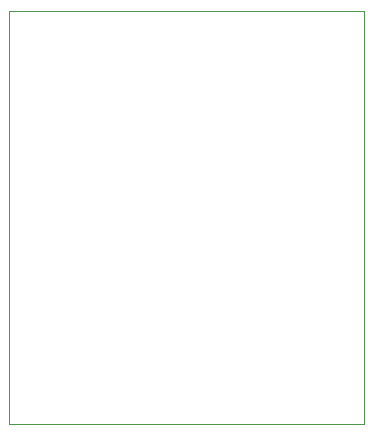
<source format=gbr>
%TF.GenerationSoftware,KiCad,Pcbnew,(5.1.9)-1*%
%TF.CreationDate,2021-12-28T23:28:00-05:00*%
%TF.ProjectId,vr15,76723135-2e6b-4696-9361-645f70636258,rev?*%
%TF.SameCoordinates,Original*%
%TF.FileFunction,Profile,NP*%
%FSLAX46Y46*%
G04 Gerber Fmt 4.6, Leading zero omitted, Abs format (unit mm)*
G04 Created by KiCad (PCBNEW (5.1.9)-1) date 2021-12-28 23:28:00*
%MOMM*%
%LPD*%
G01*
G04 APERTURE LIST*
%TA.AperFunction,Profile*%
%ADD10C,0.100000*%
%TD*%
G04 APERTURE END LIST*
D10*
X117112000Y-84581000D02*
X117112000Y-119581000D01*
X87112000Y-84581000D02*
X117112000Y-84581000D01*
X87112000Y-119581000D02*
X87112000Y-84581000D01*
X117112000Y-119581000D02*
X87112000Y-119581000D01*
M02*

</source>
